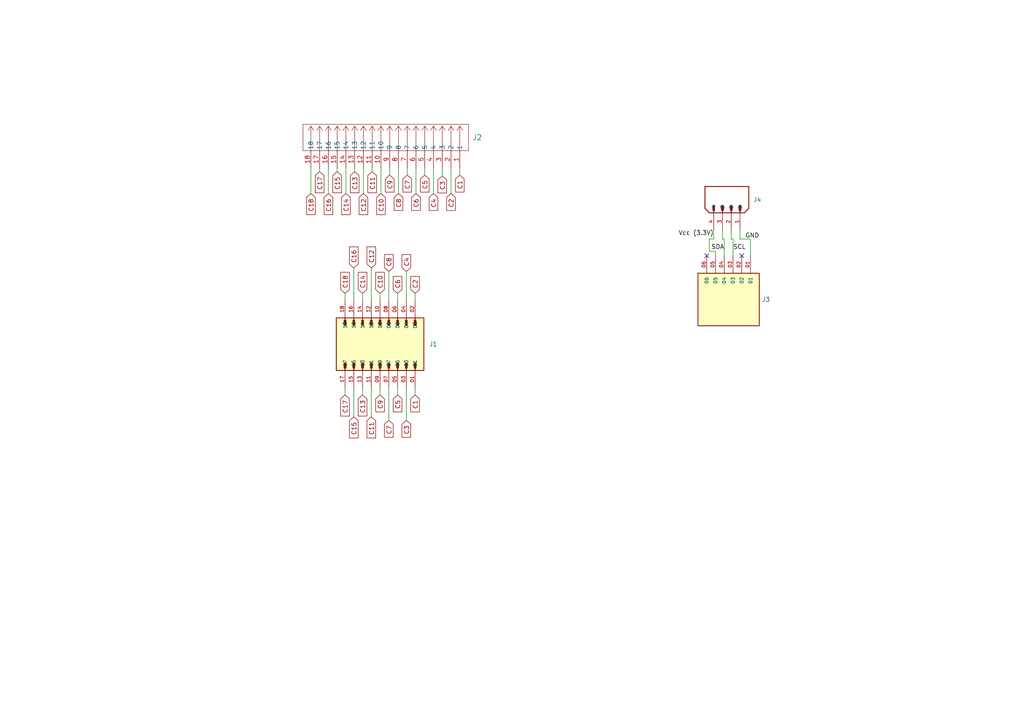
<source format=kicad_sch>
(kicad_sch (version 20211123) (generator eeschema)
  (paper "A4")
  (lib_symbols
    (symbol "myKiCadGlobalSymbolLibrary:10076801-406T18LF" (pin_names (offset 1.016))
      (property "Reference" "J" (at -8.12 12.7 0))
      (property "Value" "10076801-406T18LF" (at -7.62 -15.24 0))
      (symbol "10076801-406T18LF_0_0"
        (rectangle (start -7.62 -12.7) (end 7.62 12.7) (stroke (width 0.254)) (fill (type background)))
        (rectangle (start -6.985 -10.4775) (end -5.3975 -9.8425) (stroke (width 0.1)) (fill (type outline)))
        (rectangle (start -6.985 -7.9375) (end -5.3975 -7.3025) (stroke (width 0.1)) (fill (type outline)))
        (rectangle (start -6.985 -5.3975) (end -5.3975 -4.7625) (stroke (width 0.1)) (fill (type outline)))
        (rectangle (start -6.985 -2.8575) (end -5.3975 -2.2225) (stroke (width 0.1)) (fill (type outline)))
        (rectangle (start -6.985 -0.3175) (end -5.3975 0.3175) (stroke (width 0.1)) (fill (type outline)))
        (rectangle (start -6.985 2.2225) (end -5.3975 2.8575) (stroke (width 0.1)) (fill (type outline)))
        (rectangle (start -6.985 4.7625) (end -5.3975 5.3975) (stroke (width 0.1)) (fill (type outline)))
        (rectangle (start -6.985 7.3025) (end -5.3975 7.9375) (stroke (width 0.1)) (fill (type outline)))
        (rectangle (start -6.985 9.8425) (end -5.3975 10.4775) (stroke (width 0.1)) (fill (type outline)))
        (polyline (pts (xy -7.62 -10.16) (xy -5.715 -10.16)) (stroke (width 0.254)))
        (polyline (pts (xy -7.62 -7.62) (xy -5.715 -7.62)) (stroke (width 0.254)))
        (polyline (pts (xy -7.62 -5.08) (xy -5.715 -5.08)) (stroke (width 0.254)))
        (polyline (pts (xy -7.62 -2.54) (xy -5.715 -2.54)) (stroke (width 0.254)))
        (polyline (pts (xy -7.62 0) (xy -5.715 0)) (stroke (width 0.254)))
        (polyline (pts (xy -7.62 2.54) (xy -5.715 2.54)) (stroke (width 0.254)))
        (polyline (pts (xy -7.62 5.08) (xy -5.715 5.08)) (stroke (width 0.254)))
        (polyline (pts (xy -7.62 7.62) (xy -5.715 7.62)) (stroke (width 0.254)))
        (polyline (pts (xy -7.62 10.16) (xy -5.715 10.16)) (stroke (width 0.254)))
        (polyline (pts (xy 7.62 -10.16) (xy 5.715 -10.16)) (stroke (width 0.254)))
        (polyline (pts (xy 7.62 -7.62) (xy 5.715 -7.62)) (stroke (width 0.254)))
        (polyline (pts (xy 7.62 -5.08) (xy 5.715 -5.08)) (stroke (width 0.254)))
        (polyline (pts (xy 7.62 -2.54) (xy 5.715 -2.54)) (stroke (width 0.254)))
        (polyline (pts (xy 7.62 0) (xy 5.715 0)) (stroke (width 0.254)))
        (polyline (pts (xy 7.62 2.54) (xy 5.715 2.54)) (stroke (width 0.254)))
        (polyline (pts (xy 7.62 5.08) (xy 5.715 5.08)) (stroke (width 0.254)))
        (polyline (pts (xy 7.62 7.62) (xy 5.715 7.62)) (stroke (width 0.254)))
        (polyline (pts (xy 7.62 10.16) (xy 5.715 10.16)) (stroke (width 0.254)))
        (rectangle (start 6.985 -10.4775) (end 5.3975 -9.8425) (stroke (width 0.1)) (fill (type outline)))
        (rectangle (start 6.985 -7.9375) (end 5.3975 -7.3025) (stroke (width 0.1)) (fill (type outline)))
        (rectangle (start 6.985 -5.3975) (end 5.3975 -4.7625) (stroke (width 0.1)) (fill (type outline)))
        (rectangle (start 6.985 -2.8575) (end 5.3975 -2.2225) (stroke (width 0.1)) (fill (type outline)))
        (rectangle (start 6.985 -0.3175) (end 5.3975 0.3175) (stroke (width 0.1)) (fill (type outline)))
        (rectangle (start 6.985 2.2225) (end 5.3975 2.8575) (stroke (width 0.1)) (fill (type outline)))
        (rectangle (start 6.985 4.7625) (end 5.3975 5.3975) (stroke (width 0.1)) (fill (type outline)))
        (rectangle (start 6.985 7.3025) (end 5.3975 7.9375) (stroke (width 0.1)) (fill (type outline)))
        (rectangle (start 6.985 9.8425) (end 5.3975 10.4775) (stroke (width 0.1)) (fill (type outline)))
        (pin passive line (at -12.7 10.16 0) (length 5.08) (name "01") (number "01"))
        (pin passive line (at 12.7 10.16 180) (length 5.08) (name "02") (number "02"))
        (pin passive line (at -12.7 7.62 0) (length 5.08) (name "03") (number "03"))
        (pin passive line (at 12.7 7.62 180) (length 5.08) (name "04") (number "04"))
        (pin passive line (at -12.7 5.08 0) (length 5.08) (name "05") (number "05"))
        (pin passive line (at 12.7 5.08 180) (length 5.08) (name "06") (number "06"))
        (pin passive line (at -12.7 2.54 0) (length 5.08) (name "07") (number "07"))
        (pin passive line (at 12.7 2.54 180) (length 5.08) (name "08") (number "08"))
        (pin passive line (at -12.7 0 0) (length 5.08) (name "09") (number "09"))
        (pin passive line (at 12.7 0 180) (length 5.08) (name "10") (number "10"))
        (pin passive line (at -12.7 -2.54 0) (length 5.08) (name "11") (number "11"))
        (pin passive line (at 12.7 -2.54 180) (length 5.08) (name "12") (number "12"))
        (pin passive line (at -12.7 -5.08 0) (length 5.08) (name "13") (number "13"))
        (pin passive line (at 12.7 -5.08 180) (length 5.08) (name "14") (number "14"))
        (pin passive line (at -12.7 -7.62 0) (length 5.08) (name "15") (number "15"))
        (pin passive line (at 12.7 -7.62 180) (length 5.08) (name "16") (number "16"))
        (pin passive line (at -12.7 -10.16 0) (length 5.08) (name "17") (number "17"))
        (pin passive line (at 12.7 -10.16 180) (length 5.08) (name "18") (number "18"))
      )
    )
    (symbol "myKiCadGlobalSymbolLibrary:525591853" (pin_names (offset 0.254))
      (property "Reference" "J9" (at 14.224 -22.098 0))
      (symbol "525591853_1_1"
        (polyline (pts (xy 5.08 -45.466) (xy 12.7 -45.466)) (stroke (width 0.127)))
        (polyline (pts (xy 5.08 2.54) (xy 5.08 -45.466)) (stroke (width 0.127)))
        (polyline (pts (xy 11.938 -43.18) (xy 5.08 -43.18)) (stroke (width 0.127)))
        (polyline (pts (xy 11.938 -40.64) (xy 5.08 -40.64)) (stroke (width 0.127)))
        (polyline (pts (xy 11.938 -15.24) (xy 5.08 -15.24)) (stroke (width 0.127)))
        (polyline (pts (xy 12.192 -43.18) (xy 10.922 -44.0267)) (stroke (width 0.127)))
        (polyline (pts (xy 12.192 -43.18) (xy 10.922 -42.3333)) (stroke (width 0.127)))
        (polyline (pts (xy 12.192 -40.64) (xy 10.922 -41.4867)) (stroke (width 0.127)))
        (polyline (pts (xy 12.192 -40.64) (xy 10.922 -39.7933)) (stroke (width 0.127)))
        (polyline (pts (xy 12.192 -38.1) (xy 5.08 -38.1)))
        (polyline (pts (xy 12.192 -38.1) (xy 10.922 -38.9467)) (stroke (width 0.127)))
        (polyline (pts (xy 12.192 -38.1) (xy 10.922 -37.2533)) (stroke (width 0.127)))
        (polyline (pts (xy 12.192 -35.56) (xy 5.08 -35.56)) (stroke (width 0.127)))
        (polyline (pts (xy 12.192 -35.56) (xy 10.922 -36.4067)) (stroke (width 0.127)))
        (polyline (pts (xy 12.192 -35.56) (xy 10.922 -34.7133)) (stroke (width 0.127)))
        (polyline (pts (xy 12.192 -33.02) (xy 5.08 -33.02)) (stroke (width 0.127)))
        (polyline (pts (xy 12.192 -33.02) (xy 10.922 -33.8667)) (stroke (width 0.127)))
        (polyline (pts (xy 12.192 -33.02) (xy 10.922 -32.1733)) (stroke (width 0.127)))
        (polyline (pts (xy 12.192 -30.48) (xy 5.08 -30.48)) (stroke (width 0.127)))
        (polyline (pts (xy 12.192 -30.48) (xy 10.922 -31.3267)) (stroke (width 0.127)))
        (polyline (pts (xy 12.192 -30.48) (xy 10.922 -29.6333)) (stroke (width 0.127)))
        (polyline (pts (xy 12.192 -27.94) (xy 5.08 -27.94)) (stroke (width 0.127)))
        (polyline (pts (xy 12.192 -27.94) (xy 10.922 -28.7867)) (stroke (width 0.127)))
        (polyline (pts (xy 12.192 -27.94) (xy 10.922 -27.0933)) (stroke (width 0.127)))
        (polyline (pts (xy 12.192 -25.4) (xy 5.08 -25.4)) (stroke (width 0.127)))
        (polyline (pts (xy 12.192 -25.4) (xy 10.922 -26.2467)) (stroke (width 0.127)))
        (polyline (pts (xy 12.192 -25.4) (xy 10.922 -24.5533)) (stroke (width 0.127)))
        (polyline (pts (xy 12.192 -22.86) (xy 5.08 -22.86)) (stroke (width 0.127)))
        (polyline (pts (xy 12.192 -22.86) (xy 10.922 -23.7067)) (stroke (width 0.127)))
        (polyline (pts (xy 12.192 -22.86) (xy 10.922 -22.0133)) (stroke (width 0.127)))
        (polyline (pts (xy 12.192 -20.32) (xy 5.08 -20.32)) (stroke (width 0.127)))
        (polyline (pts (xy 12.192 -20.32) (xy 10.922 -21.1667)) (stroke (width 0.127)))
        (polyline (pts (xy 12.192 -20.32) (xy 10.922 -19.4733)) (stroke (width 0.127)))
        (polyline (pts (xy 12.192 -17.78) (xy 5.08 -17.78)) (stroke (width 0.127)))
        (polyline (pts (xy 12.192 -17.78) (xy 10.922 -18.6267)) (stroke (width 0.127)))
        (polyline (pts (xy 12.192 -17.78) (xy 10.922 -16.9333)) (stroke (width 0.127)))
        (polyline (pts (xy 12.192 -15.24) (xy 10.922 -16.0867)) (stroke (width 0.127)))
        (polyline (pts (xy 12.192 -15.24) (xy 10.922 -14.3933)) (stroke (width 0.127)))
        (polyline (pts (xy 12.192 -12.7) (xy 5.08 -12.7)) (stroke (width 0.127)))
        (polyline (pts (xy 12.192 -12.7) (xy 10.922 -13.5467)) (stroke (width 0.127)))
        (polyline (pts (xy 12.192 -12.7) (xy 10.922 -11.8533)) (stroke (width 0.127)))
        (polyline (pts (xy 12.192 -10.16) (xy 5.08 -10.16)) (stroke (width 0.127)))
        (polyline (pts (xy 12.192 -10.16) (xy 10.922 -11.0067)) (stroke (width 0.127)))
        (polyline (pts (xy 12.192 -10.16) (xy 10.922 -9.3133)) (stroke (width 0.127)))
        (polyline (pts (xy 12.192 -7.62) (xy 5.08 -7.62)) (stroke (width 0.127)))
        (polyline (pts (xy 12.192 -7.62) (xy 10.922 -8.4667)) (stroke (width 0.127)))
        (polyline (pts (xy 12.192 -7.62) (xy 10.922 -6.7733)) (stroke (width 0.127)))
        (polyline (pts (xy 12.192 -5.08) (xy 5.08 -5.08)) (stroke (width 0.127)))
        (polyline (pts (xy 12.192 -5.08) (xy 10.922 -5.9267)) (stroke (width 0.127)))
        (polyline (pts (xy 12.192 -5.08) (xy 10.922 -4.2333)) (stroke (width 0.127)))
        (polyline (pts (xy 12.192 -2.54) (xy 5.08 -2.54)) (stroke (width 0.127)))
        (polyline (pts (xy 12.192 -2.54) (xy 10.922 -3.3867)) (stroke (width 0.127)))
        (polyline (pts (xy 12.192 -2.54) (xy 10.922 -1.6933)) (stroke (width 0.127)))
        (polyline (pts (xy 12.192 0) (xy 5.08 0)) (stroke (width 0.127)))
        (polyline (pts (xy 12.192 0) (xy 10.922 -0.8467)) (stroke (width 0.127)))
        (polyline (pts (xy 12.192 0) (xy 10.922 0.8467)) (stroke (width 0.127)))
        (polyline (pts (xy 12.7 -45.466) (xy 12.7 2.54)) (stroke (width 0.127)))
        (polyline (pts (xy 12.7 2.54) (xy 5.08 2.54)) (stroke (width 0.127)))
        (pin unspecified line (at 0 0 0) (length 5.08) (name "1") (number "1"))
        (pin unspecified line (at 0 -22.86 0) (length 5.08) (name "10") (number "10"))
        (pin unspecified line (at 0 -25.4 0) (length 5.08) (name "11") (number "11"))
        (pin unspecified line (at 0 -27.94 0) (length 5.08) (name "12") (number "12"))
        (pin unspecified line (at 0 -30.48 0) (length 5.08) (name "13") (number "13"))
        (pin unspecified line (at 0 -33.02 0) (length 5.08) (name "14") (number "14"))
        (pin unspecified line (at 0 -35.56 0) (length 5.08) (name "15") (number "15"))
        (pin unspecified line (at 0 -38.1 0) (length 5.08) (name "16") (number "16"))
        (pin unspecified line (at 0 -40.64 0) (length 5.08) (name "17") (number "17"))
        (pin unspecified line (at 0 -43.18 0) (length 5.08) (name "18") (number "18"))
        (pin unspecified line (at 0 -2.54 0) (length 5.08) (name "2") (number "2"))
        (pin unspecified line (at 0 -5.08 0) (length 5.08) (name "3") (number "3"))
        (pin unspecified line (at 0 -7.62 0) (length 5.08) (name "4") (number "4"))
        (pin unspecified line (at 0 -10.16 0) (length 5.08) (name "5") (number "5"))
        (pin unspecified line (at 0 -12.7 0) (length 5.08) (name "6") (number "6"))
        (pin unspecified line (at 0 -15.24 0) (length 5.08) (name "7") (number "7"))
        (pin unspecified line (at 0 -17.78 0) (length 5.08) (name "8") (number "8"))
        (pin unspecified line (at 0 -20.32 0) (length 5.08) (name "9") (number "9"))
      )
      (symbol "525591853_1_2"
        (polyline (pts (xy 5.08 -40.64) (xy 12.7 -40.64)) (stroke (width 0.127)))
        (polyline (pts (xy 5.08 2.54) (xy 5.08 -40.64)) (stroke (width 0.127)))
        (polyline (pts (xy 7.62 -38.1) (xy 5.08 -38.1)) (stroke (width 0.127)))
        (polyline (pts (xy 7.62 -38.1) (xy 8.89 -38.9467)) (stroke (width 0.127)))
        (polyline (pts (xy 7.62 -38.1) (xy 8.89 -37.2533)) (stroke (width 0.127)))
        (polyline (pts (xy 7.62 -35.56) (xy 5.08 -35.56)) (stroke (width 0.127)))
        (polyline (pts (xy 7.62 -35.56) (xy 8.89 -36.4067)) (stroke (width 0.127)))
        (polyline (pts (xy 7.62 -35.56) (xy 8.89 -34.7133)) (stroke (width 0.127)))
        (polyline (pts (xy 7.62 -33.02) (xy 5.08 -33.02)) (stroke (width 0.127)))
        (polyline (pts (xy 7.62 -33.02) (xy 8.89 -33.8667)) (stroke (width 0.127)))
        (polyline (pts (xy 7.62 -33.02) (xy 8.89 -32.1733)) (stroke (width 0.127)))
        (polyline (pts (xy 7.62 -30.48) (xy 5.08 -30.48)) (stroke (width 0.127)))
        (polyline (pts (xy 7.62 -30.48) (xy 8.89 -31.3267)) (stroke (width 0.127)))
        (polyline (pts (xy 7.62 -30.48) (xy 8.89 -29.6333)) (stroke (width 0.127)))
        (polyline (pts (xy 7.62 -27.94) (xy 5.08 -27.94)) (stroke (width 0.127)))
        (polyline (pts (xy 7.62 -27.94) (xy 8.89 -28.7867)) (stroke (width 0.127)))
        (polyline (pts (xy 7.62 -27.94) (xy 8.89 -27.0933)) (stroke (width 0.127)))
        (polyline (pts (xy 7.62 -25.4) (xy 5.08 -25.4)) (stroke (width 0.127)))
        (polyline (pts (xy 7.62 -25.4) (xy 8.89 -26.2467)) (stroke (width 0.127)))
        (polyline (pts (xy 7.62 -25.4) (xy 8.89 -24.5533)) (stroke (width 0.127)))
        (polyline (pts (xy 7.62 -22.86) (xy 5.08 -22.86)) (stroke (width 0.127)))
        (polyline (pts (xy 7.62 -22.86) (xy 8.89 -23.7067)) (stroke (width 0.127)))
        (polyline (pts (xy 7.62 -22.86) (xy 8.89 -22.0133)) (stroke (width 0.127)))
        (polyline (pts (xy 7.62 -20.32) (xy 5.08 -20.32)) (stroke (width 0.127)))
        (polyline (pts (xy 7.62 -20.32) (xy 8.89 -21.1667)) (stroke (width 0.127)))
        (polyline (pts (xy 7.62 -20.32) (xy 8.89 -19.4733)) (stroke (width 0.127)))
        (polyline (pts (xy 7.62 -17.78) (xy 5.08 -17.78)) (stroke (width 0.127)))
        (polyline (pts (xy 7.62 -17.78) (xy 8.89 -18.6267)) (stroke (width 0.127)))
        (polyline (pts (xy 7.62 -17.78) (xy 8.89 -16.9333)) (stroke (width 0.127)))
        (polyline (pts (xy 7.62 -15.24) (xy 5.08 -15.24)) (stroke (width 0.127)))
        (polyline (pts (xy 7.62 -15.24) (xy 8.89 -16.0867)) (stroke (width 0.127)))
        (polyline (pts (xy 7.62 -15.24) (xy 8.89 -14.3933)) (stroke (width 0.127)))
        (polyline (pts (xy 7.62 -12.7) (xy 5.08 -12.7)) (stroke (width 0.127)))
        (polyline (pts (xy 7.62 -12.7) (xy 8.89 -13.5467)) (stroke (width 0.127)))
        (polyline (pts (xy 7.62 -12.7) (xy 8.89 -11.8533)) (stroke (width 0.127)))
        (polyline (pts (xy 7.62 -10.16) (xy 5.08 -10.16)) (stroke (width 0.127)))
        (polyline (pts (xy 7.62 -10.16) (xy 8.89 -11.0067)) (stroke (width 0.127)))
        (polyline (pts (xy 7.62 -10.16) (xy 8.89 -9.3133)) (stroke (width 0.127)))
        (polyline (pts (xy 7.62 -7.62) (xy 5.08 -7.62)) (stroke (width 0.127)))
        (polyline (pts (xy 7.62 -7.62) (xy 8.89 -8.4667)) (stroke (width 0.127)))
        (polyline (pts (xy 7.62 -7.62) (xy 8.89 -6.7733)) (stroke (width 0.127)))
        (polyline (pts (xy 7.62 -5.08) (xy 5.08 -5.08)) (stroke (width 0.127)))
        (polyline (pts (xy 7.62 -5.08) (xy 8.89 -5.9267)) (stroke (width 0.127)))
        (polyline (pts (xy 7.62 -5.08) (xy 8.89 -4.2333)) (stroke (width 0.127)))
        (polyline (pts (xy 7.62 -2.54) (xy 5.08 -2.54)) (stroke (width 0.127)))
        (polyline (pts (xy 7.62 -2.54) (xy 8.89 -3.3867)) (stroke (width 0.127)))
        (polyline (pts (xy 7.62 -2.54) (xy 8.89 -1.6933)) (stroke (width 0.127)))
        (polyline (pts (xy 7.62 0) (xy 5.08 0)) (stroke (width 0.127)))
        (polyline (pts (xy 7.62 0) (xy 8.89 -0.8467)) (stroke (width 0.127)))
        (polyline (pts (xy 7.62 0) (xy 8.89 0.8467)) (stroke (width 0.127)))
        (polyline (pts (xy 12.7 -40.64) (xy 12.7 2.54)) (stroke (width 0.127)))
        (polyline (pts (xy 12.7 2.54) (xy 5.08 2.54)) (stroke (width 0.127)))
        (pin unspecified line (at 0 0 0) (length 5.08) (name "1") (number "1"))
        (pin unspecified line (at 0 -22.86 0) (length 5.08) (name "10") (number "10"))
        (pin unspecified line (at 0 -25.4 0) (length 5.08) (name "11") (number "11"))
        (pin unspecified line (at 0 -27.94 0) (length 5.08) (name "12") (number "12"))
        (pin unspecified line (at 0 -30.48 0) (length 5.08) (name "13") (number "13"))
        (pin unspecified line (at 0 -33.02 0) (length 5.08) (name "14") (number "14"))
        (pin unspecified line (at 0 -35.56 0) (length 5.08) (name "15") (number "15"))
        (pin unspecified line (at 0 -38.1 0) (length 5.08) (name "16") (number "16"))
        (pin unspecified line (at 0 -2.54 0) (length 5.08) (name "2") (number "2"))
        (pin unspecified line (at 0 -5.08 0) (length 5.08) (name "3") (number "3"))
        (pin unspecified line (at 0 -7.62 0) (length 5.08) (name "4") (number "4"))
        (pin unspecified line (at 0 -10.16 0) (length 5.08) (name "5") (number "5"))
        (pin unspecified line (at 0 -12.7 0) (length 5.08) (name "6") (number "6"))
        (pin unspecified line (at 0 -15.24 0) (length 5.08) (name "7") (number "7"))
        (pin unspecified line (at 0 -17.78 0) (length 5.08) (name "8") (number "8"))
        (pin unspecified line (at 0 -20.32 0) (length 5.08) (name "9") (number "9"))
      )
    )
    (symbol "myKiCadGlobalSymbolLibrary:533750410" (pin_names (offset 1.016))
      (property "Reference" "J" (at 0 6.35 0))
      (property "Value" "533750410" (at 0 -10.16 0))
      (property "Footprint" "myKiCadGlobalFootprintLibrary:533750410" (at 1.524 -27.432 0))
      (symbol "533750410_0_0"
        (polyline (pts (xy 0 -6.35) (xy 1.27 -7.62)) (stroke (width 0.254)))
        (polyline (pts (xy 0 -5.08) (xy 1.905 -5.08)) (stroke (width 0.254)))
        (polyline (pts (xy 0 -2.54) (xy 1.905 -2.54)) (stroke (width 0.254)))
        (polyline (pts (xy 0 0) (xy 1.905 0)) (stroke (width 0.254)))
        (polyline (pts (xy 0 2.54) (xy 0 -6.35)) (stroke (width 0.254)))
        (polyline (pts (xy 0 2.54) (xy 1.905 2.54)) (stroke (width 0.254)))
        (polyline (pts (xy 0 3.81) (xy 0 2.54)) (stroke (width 0.254)))
        (polyline (pts (xy 0 3.81) (xy 1.27 5.08)) (stroke (width 0.254)))
        (polyline (pts (xy 1.27 -7.62) (xy 7.62 -7.62)) (stroke (width 0.254)))
        (polyline (pts (xy 7.62 -7.62) (xy 7.62 5.08)) (stroke (width 0.254)))
        (polyline (pts (xy 7.62 5.08) (xy 1.27 5.08)) (stroke (width 0.254)))
        (rectangle (start 0.635 -5.3975) (end 2.2225 -4.7625) (stroke (width 0.1)) (fill (type outline)))
        (rectangle (start 0.635 -2.8575) (end 2.2225 -2.2225) (stroke (width 0.1)) (fill (type outline)))
        (rectangle (start 0.635 -0.3175) (end 2.2225 0.3175) (stroke (width 0.1)) (fill (type outline)))
        (rectangle (start 0.635 2.2225) (end 2.2225 2.8575) (stroke (width 0.1)) (fill (type outline)))
        (pin passive line (at -5.08 2.54 0) (length 5.08) (name "1") (number "1"))
        (pin passive line (at -5.08 0 0) (length 5.08) (name "2") (number "2"))
        (pin passive line (at -5.08 -2.54 0) (length 5.08) (name "3") (number "3"))
        (pin passive line (at -5.08 -5.08 0) (length 5.08) (name "4") (number "4"))
      )
    )
    (symbol "myKiCadGlobalSymbolLibrary:MTSW-106-12-L-S-790" (pin_names (offset 1.016))
      (property "Reference" "J" (at -8.12 10.16 0))
      (property "Value" "MTSW-106-12-L-S-790" (at -7.62 -10.16 0))
      (symbol "MTSW-106-12-L-S-790_0_0"
        (rectangle (start -7.62 -7.62) (end 7.62 10.16) (stroke (width 0.254)) (fill (type background)))
        (pin passive line (at -12.7 7.62 0) (length 5.08) (name "01") (number "01"))
        (pin passive line (at -12.7 5.08 0) (length 5.08) (name "02") (number "02"))
        (pin passive line (at -12.7 2.54 0) (length 5.08) (name "03") (number "03"))
        (pin passive line (at -12.7 0 0) (length 5.08) (name "04") (number "04"))
        (pin passive line (at -12.7 -2.54 0) (length 5.08) (name "05") (number "05"))
        (pin passive line (at -12.7 -5.08 0) (length 5.08) (name "06") (number "06"))
      )
    )
  )
  (no_connect (at 215.138 74.168))
  (no_connect (at 204.978 74.168))
  (wire (pts (xy 117.856 87.122) (xy 117.856 78.74)))
  (wire (pts (xy 97.79 48.768) (xy 97.79 49.784)))
  (wire (pts (xy 205.74 72.898) (xy 205.74 69.342)))
  (wire (pts (xy 105.41 48.768) (xy 105.41 56.134)))
  (wire (pts (xy 128.27 48.768) (xy 128.27 51.054)))
  (wire (pts (xy 120.65 48.768) (xy 120.65 56.134)))
  (wire (pts (xy 123.19 48.768) (xy 123.19 50.8)))
  (wire (pts (xy 214.63 69.342) (xy 217.678 69.342)))
  (wire (pts (xy 100.076 112.522) (xy 100.076 114.554)))
  (wire (pts (xy 117.856 112.522) (xy 117.856 121.92)))
  (wire (pts (xy 115.57 48.768) (xy 115.57 56.134)))
  (wire (pts (xy 207.518 72.898) (xy 205.74 72.898)))
  (wire (pts (xy 212.598 69.342) (xy 212.598 74.168)))
  (wire (pts (xy 217.678 69.342) (xy 217.678 74.168)))
  (wire (pts (xy 207.518 74.168) (xy 207.518 72.898)))
  (wire (pts (xy 107.95 48.768) (xy 107.95 49.784)))
  (wire (pts (xy 113.03 48.768) (xy 113.03 50.8)))
  (wire (pts (xy 207.01 69.342) (xy 207.01 66.802)))
  (wire (pts (xy 90.17 48.768) (xy 90.17 56.134)))
  (wire (pts (xy 102.616 112.522) (xy 102.616 120.904)))
  (wire (pts (xy 112.776 112.522) (xy 112.776 121.92)))
  (wire (pts (xy 120.396 112.522) (xy 120.396 114.554)))
  (wire (pts (xy 115.316 112.522) (xy 115.316 114.554)))
  (wire (pts (xy 107.696 112.522) (xy 107.696 120.904)))
  (wire (pts (xy 92.71 48.768) (xy 92.71 49.784)))
  (wire (pts (xy 110.49 48.768) (xy 110.49 56.134)))
  (wire (pts (xy 212.09 66.802) (xy 212.09 69.342)))
  (wire (pts (xy 95.25 48.768) (xy 95.25 56.134)))
  (wire (pts (xy 118.11 48.768) (xy 118.11 50.8)))
  (wire (pts (xy 120.396 87.122) (xy 120.396 85.09)))
  (wire (pts (xy 209.55 69.342) (xy 210.058 69.342)))
  (wire (pts (xy 214.63 66.802) (xy 214.63 69.342)))
  (wire (pts (xy 102.616 87.122) (xy 102.616 77.724)))
  (wire (pts (xy 100.076 87.122) (xy 100.076 85.09)))
  (wire (pts (xy 102.87 48.768) (xy 102.87 49.784)))
  (wire (pts (xy 130.81 48.768) (xy 130.81 56.134)))
  (wire (pts (xy 205.74 69.342) (xy 207.01 69.342)))
  (wire (pts (xy 110.236 87.122) (xy 110.236 85.09)))
  (wire (pts (xy 125.73 48.768) (xy 125.73 56.134)))
  (wire (pts (xy 105.156 112.522) (xy 105.156 114.554)))
  (wire (pts (xy 112.776 87.122) (xy 112.776 78.74)))
  (wire (pts (xy 110.236 112.522) (xy 110.236 114.554)))
  (wire (pts (xy 133.35 48.768) (xy 133.35 50.8)))
  (wire (pts (xy 212.09 69.342) (xy 212.598 69.342)))
  (wire (pts (xy 115.316 87.122) (xy 115.316 85.09)))
  (wire (pts (xy 210.058 69.342) (xy 210.058 74.168)))
  (wire (pts (xy 107.696 87.122) (xy 107.696 77.724)))
  (wire (pts (xy 105.156 87.122) (xy 105.156 85.09)))
  (wire (pts (xy 100.33 48.768) (xy 100.33 56.134)))
  (wire (pts (xy 209.55 66.802) (xy 209.55 69.342)))
  (label "GND" (at 216.154 69.342 0))
  (label "Vcc (3.3V)" (at 207.01 68.58 180))
  (label "SDA" (at 210.058 72.644 180))
  (label "SCL" (at 212.598 72.644 0))
  (global_label "C14" (shape input) (at 105.156 85.09 90) (property "Intersheet References" "${INTERSHEET_REFS}" (effects hide)))
  (global_label "C16" (shape input) (at 95.25 56.134 270) (property "Intersheet References" "${INTERSHEET_REFS}" (effects hide)))
  (global_label "C3" (shape input) (at 117.856 121.92 270) (property "Intersheet References" "${INTERSHEET_REFS}" (effects hide)))
  (global_label "C4" (shape input) (at 117.856 78.74 90) (property "Intersheet References" "${INTERSHEET_REFS}" (effects hide)))
  (global_label "C8" (shape input) (at 115.57 56.134 270) (property "Intersheet References" "${INTERSHEET_REFS}" (effects hide)))
  (global_label "C2" (shape input) (at 130.81 56.134 270) (property "Intersheet References" "${INTERSHEET_REFS}" (effects hide)))
  (global_label "C18" (shape input) (at 100.076 85.09 90) (property "Intersheet References" "${INTERSHEET_REFS}" (effects hide)))
  (global_label "C1" (shape input) (at 133.35 50.8 270) (property "Intersheet References" "${INTERSHEET_REFS}" (effects hide)))
  (global_label "C6" (shape input) (at 120.65 56.134 270) (property "Intersheet References" "${INTERSHEET_REFS}" (effects hide)))
  (global_label "C13" (shape input) (at 105.156 114.554 270) (property "Intersheet References" "${INTERSHEET_REFS}" (effects hide)))
  (global_label "C5" (shape input) (at 115.316 114.554 270) (property "Intersheet References" "${INTERSHEET_REFS}" (effects hide)))
  (global_label "C13" (shape input) (at 102.87 49.784 270) (property "Intersheet References" "${INTERSHEET_REFS}" (effects hide)))
  (global_label "C12" (shape input) (at 105.41 56.134 270) (property "Intersheet References" "${INTERSHEET_REFS}" (effects hide)))
  (global_label "C14" (shape input) (at 100.33 56.134 270) (property "Intersheet References" "${INTERSHEET_REFS}" (effects hide)))
  (global_label "C11" (shape input) (at 107.696 120.904 270) (property "Intersheet References" "${INTERSHEET_REFS}" (effects hide)))
  (global_label "C17" (shape input) (at 92.71 49.784 270) (property "Intersheet References" "${INTERSHEET_REFS}" (effects hide)))
  (global_label "C7" (shape input) (at 112.776 121.92 270) (property "Intersheet References" "${INTERSHEET_REFS}" (effects hide)))
  (global_label "C17" (shape input) (at 100.076 114.554 270) (property "Intersheet References" "${INTERSHEET_REFS}" (effects hide)))
  (global_label "C9" (shape input) (at 113.03 50.8 270) (property "Intersheet References" "${INTERSHEET_REFS}" (effects hide)))
  (global_label "C10" (shape input) (at 110.49 56.134 270) (property "Intersheet References" "${INTERSHEET_REFS}" (effects hide)))
  (global_label "C9" (shape input) (at 110.236 114.554 270) (property "Intersheet References" "${INTERSHEET_REFS}" (effects hide)))
  (global_label "C15" (shape input) (at 102.616 120.904 270) (property "Intersheet References" "${INTERSHEET_REFS}" (effects hide)))
  (global_label "C15" (shape input) (at 97.79 49.784 270) (property "Intersheet References" "${INTERSHEET_REFS}" (effects hide)))
  (global_label "C5" (shape input) (at 123.19 50.8 270) (property "Intersheet References" "${INTERSHEET_REFS}" (effects hide)))
  (global_label "C2" (shape input) (at 120.396 85.09 90) (property "Intersheet References" "${INTERSHEET_REFS}" (effects hide)))
  (global_label "C6" (shape input) (at 115.316 85.09 90) (property "Intersheet References" "${INTERSHEET_REFS}" (effects hide)))
  (global_label "C12" (shape input) (at 107.696 77.724 90) (property "Intersheet References" "${INTERSHEET_REFS}" (effects hide)))
  (global_label "C8" (shape input) (at 112.776 78.74 90) (property "Intersheet References" "${INTERSHEET_REFS}" (effects hide)))
  (global_label "C10" (shape input) (at 110.236 85.09 90) (property "Intersheet References" "${INTERSHEET_REFS}" (effects hide)))
  (global_label "C11" (shape input) (at 107.95 49.784 270) (property "Intersheet References" "${INTERSHEET_REFS}" (effects hide)))
  (global_label "C18" (shape input) (at 90.17 56.134 270) (property "Intersheet References" "${INTERSHEET_REFS}" (effects hide)))
  (global_label "C4" (shape input) (at 125.73 56.134 270) (property "Intersheet References" "${INTERSHEET_REFS}" (effects hide)))
  (global_label "C7" (shape input) (at 118.11 50.8 270) (property "Intersheet References" "${INTERSHEET_REFS}" (effects hide)))
  (global_label "C16" (shape input) (at 102.616 77.724 90) (property "Intersheet References" "${INTERSHEET_REFS}" (effects hide)))
  (global_label "C1" (shape input) (at 120.396 114.554 270) (property "Intersheet References" "${INTERSHEET_REFS}" (effects hide)))
  (global_label "C3" (shape input) (at 128.27 51.054 270) (property "Intersheet References" "${INTERSHEET_REFS}" (effects hide)))
  (symbol (lib_id "myKiCadGlobalSymbolLibrary:10076801-406T18LF") (at 110.236 99.822 270) (mirror x) (unit 1)
    (property "Reference" "J1" (at 124.46 99.8219 90) (effects (justify left)))
    (property "Value" "10076801-406T18LF_9_by_2_header" (effects hide))
    (property "Footprint" "myKiCadGlobalFootprintLibrary:AMPHENOL_10076801-406T18LF" (effects hide))
    (property "PARTREV" "E" (effects hide))
    (property "MANUFACTURER" "Amphenol ICC (FCI)" (effects hide))
    (property "STANDARD" "Manufacturer Recommendations" (effects hide))
  )
  (symbol (lib_id "myKiCadGlobalSymbolLibrary:MTSW-106-12-L-S-790") (at 210.058 86.868 270) (unit 1)
    (property "Reference" "J3" (at 220.98 86.8679 90) (effects (justify left)))
    (property "Value" "MTSW-106-12-L-S-790_6_by_1_header" (effects hide))
    (property "Footprint" "SAMTEC_MTSW-106-12-L-S-790" (effects hide))
    (property "PARTREV" "R" (effects hide))
    (property "MANUFACTURER" "Samtec" (effects hide))
    (property "STANDARD" "Manufacturer Recommendations" (effects hide))
  )
  (symbol (lib_id "myKiCadGlobalSymbolLibrary:533750410") (at 212.09 61.722 270) (mirror x) (unit 1)
    (property "Reference" "J4" (at 218.44 57.9119 90) (effects (justify left)))
    (property "Value" "533750410" (effects hide))
    (property "Footprint" "myKiCadGlobalFootprintLibrary:533750410" (effects hide))
    (property "PARTREV" "C" (effects hide))
    (property "STANDARD" "Manufacturer Recommendations" (effects hide))
    (property "MAXIMUM_PACKAGE_HEIGHT" "11.75 mm" (effects hide))
    (property "MANUFACTURER" "Molex" (effects hide))
  )
  (symbol (lib_id "myKiCadGlobalSymbolLibrary:525591853") (at 133.35 48.768 270) (mirror x) (unit 1)
    (property "Reference" "J2" (at 138.43 39.878 90) (effects (font (size 1.524 1.524))))
    (property "Value" "0525591853" (effects hide))
    (property "Footprint" "myKiCadGlobalFootprintLibrary:525591853" (effects hide))
    (property "Datasheet" "559171630" (effects hide))
  )
)
</source>
